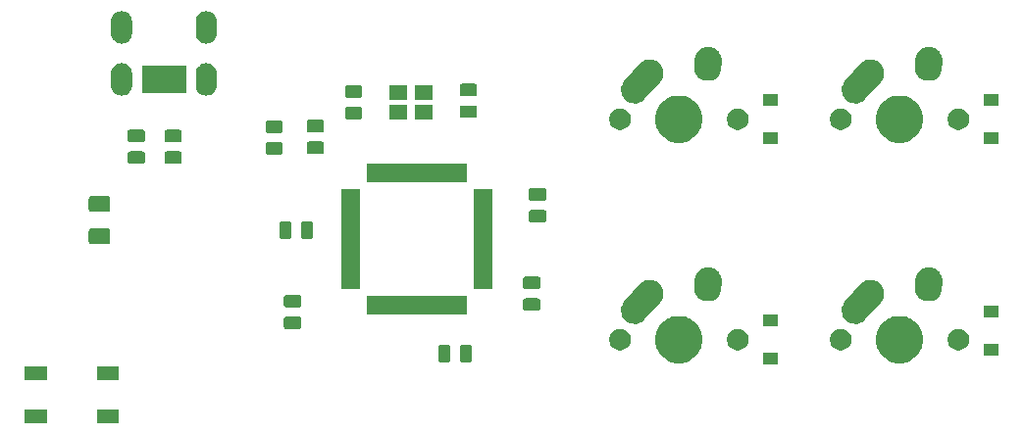
<source format=gbs>
G04 #@! TF.GenerationSoftware,KiCad,Pcbnew,(5.1.4)-1*
G04 #@! TF.CreationDate,2023-10-04T08:31:50-04:00*
G04 #@! TF.ProjectId,ai03-pcb-guide,61693033-2d70-4636-922d-67756964652e,rev?*
G04 #@! TF.SameCoordinates,Original*
G04 #@! TF.FileFunction,Soldermask,Bot*
G04 #@! TF.FilePolarity,Negative*
%FSLAX46Y46*%
G04 Gerber Fmt 4.6, Leading zero omitted, Abs format (unit mm)*
G04 Created by KiCad (PCBNEW (5.1.4)-1) date 2023-10-04 08:31:50*
%MOMM*%
%LPD*%
G04 APERTURE LIST*
%ADD10C,0.100000*%
G04 APERTURE END LIST*
D10*
G36*
X199313500Y-123101000D02*
G01*
X197411500Y-123101000D01*
X197411500Y-121899000D01*
X199313500Y-121899000D01*
X199313500Y-123101000D01*
X199313500Y-123101000D01*
G37*
G36*
X193113500Y-123101000D02*
G01*
X191211500Y-123101000D01*
X191211500Y-121899000D01*
X193113500Y-121899000D01*
X193113500Y-123101000D01*
X193113500Y-123101000D01*
G37*
G36*
X193113500Y-119401000D02*
G01*
X191211500Y-119401000D01*
X191211500Y-118199000D01*
X193113500Y-118199000D01*
X193113500Y-119401000D01*
X193113500Y-119401000D01*
G37*
G36*
X199313500Y-119401000D02*
G01*
X197411500Y-119401000D01*
X197411500Y-118199000D01*
X199313500Y-118199000D01*
X199313500Y-119401000D01*
X199313500Y-119401000D01*
G37*
G36*
X256238500Y-118038500D02*
G01*
X254936500Y-118038500D01*
X254936500Y-117036500D01*
X256238500Y-117036500D01*
X256238500Y-118038500D01*
X256238500Y-118038500D01*
G37*
G36*
X267296474Y-113921184D02*
G01*
X267514474Y-114011483D01*
X267668623Y-114075333D01*
X268003548Y-114299123D01*
X268288377Y-114583952D01*
X268512167Y-114918877D01*
X268544562Y-114997086D01*
X268666316Y-115291026D01*
X268744900Y-115686094D01*
X268744900Y-116088906D01*
X268666316Y-116483974D01*
X268615451Y-116606772D01*
X268512167Y-116856123D01*
X268288377Y-117191048D01*
X268003548Y-117475877D01*
X267668623Y-117699667D01*
X267540403Y-117752777D01*
X267296474Y-117853816D01*
X266901406Y-117932400D01*
X266498594Y-117932400D01*
X266103526Y-117853816D01*
X265859597Y-117752777D01*
X265731377Y-117699667D01*
X265396452Y-117475877D01*
X265111623Y-117191048D01*
X264887833Y-116856123D01*
X264784549Y-116606772D01*
X264733684Y-116483974D01*
X264655100Y-116088906D01*
X264655100Y-115686094D01*
X264733684Y-115291026D01*
X264855438Y-114997086D01*
X264887833Y-114918877D01*
X265111623Y-114583952D01*
X265396452Y-114299123D01*
X265731377Y-114075333D01*
X265885526Y-114011483D01*
X266103526Y-113921184D01*
X266498594Y-113842600D01*
X266901406Y-113842600D01*
X267296474Y-113921184D01*
X267296474Y-113921184D01*
G37*
G36*
X248246474Y-113921184D02*
G01*
X248464474Y-114011483D01*
X248618623Y-114075333D01*
X248953548Y-114299123D01*
X249238377Y-114583952D01*
X249462167Y-114918877D01*
X249494562Y-114997086D01*
X249616316Y-115291026D01*
X249694900Y-115686094D01*
X249694900Y-116088906D01*
X249616316Y-116483974D01*
X249565451Y-116606772D01*
X249462167Y-116856123D01*
X249238377Y-117191048D01*
X248953548Y-117475877D01*
X248618623Y-117699667D01*
X248490403Y-117752777D01*
X248246474Y-117853816D01*
X247851406Y-117932400D01*
X247448594Y-117932400D01*
X247053526Y-117853816D01*
X246809597Y-117752777D01*
X246681377Y-117699667D01*
X246346452Y-117475877D01*
X246061623Y-117191048D01*
X245837833Y-116856123D01*
X245734549Y-116606772D01*
X245683684Y-116483974D01*
X245605100Y-116088906D01*
X245605100Y-115686094D01*
X245683684Y-115291026D01*
X245805438Y-114997086D01*
X245837833Y-114918877D01*
X246061623Y-114583952D01*
X246346452Y-114299123D01*
X246681377Y-114075333D01*
X246835526Y-114011483D01*
X247053526Y-113921184D01*
X247448594Y-113842600D01*
X247851406Y-113842600D01*
X248246474Y-113921184D01*
X248246474Y-113921184D01*
G37*
G36*
X227780468Y-116347565D02*
G01*
X227819138Y-116359296D01*
X227854777Y-116378346D01*
X227886017Y-116403983D01*
X227911654Y-116435223D01*
X227930704Y-116470862D01*
X227942435Y-116509532D01*
X227947000Y-116555888D01*
X227947000Y-117632112D01*
X227942435Y-117678468D01*
X227930704Y-117717138D01*
X227911654Y-117752777D01*
X227886017Y-117784017D01*
X227854777Y-117809654D01*
X227819138Y-117828704D01*
X227780468Y-117840435D01*
X227734112Y-117845000D01*
X227082888Y-117845000D01*
X227036532Y-117840435D01*
X226997862Y-117828704D01*
X226962223Y-117809654D01*
X226930983Y-117784017D01*
X226905346Y-117752777D01*
X226886296Y-117717138D01*
X226874565Y-117678468D01*
X226870000Y-117632112D01*
X226870000Y-116555888D01*
X226874565Y-116509532D01*
X226886296Y-116470862D01*
X226905346Y-116435223D01*
X226930983Y-116403983D01*
X226962223Y-116378346D01*
X226997862Y-116359296D01*
X227036532Y-116347565D01*
X227082888Y-116343000D01*
X227734112Y-116343000D01*
X227780468Y-116347565D01*
X227780468Y-116347565D01*
G37*
G36*
X229655468Y-116347565D02*
G01*
X229694138Y-116359296D01*
X229729777Y-116378346D01*
X229761017Y-116403983D01*
X229786654Y-116435223D01*
X229805704Y-116470862D01*
X229817435Y-116509532D01*
X229822000Y-116555888D01*
X229822000Y-117632112D01*
X229817435Y-117678468D01*
X229805704Y-117717138D01*
X229786654Y-117752777D01*
X229761017Y-117784017D01*
X229729777Y-117809654D01*
X229694138Y-117828704D01*
X229655468Y-117840435D01*
X229609112Y-117845000D01*
X228957888Y-117845000D01*
X228911532Y-117840435D01*
X228872862Y-117828704D01*
X228837223Y-117809654D01*
X228805983Y-117784017D01*
X228780346Y-117752777D01*
X228761296Y-117717138D01*
X228749565Y-117678468D01*
X228745000Y-117632112D01*
X228745000Y-116555888D01*
X228749565Y-116509532D01*
X228761296Y-116470862D01*
X228780346Y-116435223D01*
X228805983Y-116403983D01*
X228837223Y-116378346D01*
X228872862Y-116359296D01*
X228911532Y-116347565D01*
X228957888Y-116343000D01*
X229609112Y-116343000D01*
X229655468Y-116347565D01*
X229655468Y-116347565D01*
G37*
G36*
X275288500Y-117244750D02*
G01*
X273986500Y-117244750D01*
X273986500Y-116242750D01*
X275288500Y-116242750D01*
X275288500Y-117244750D01*
X275288500Y-117244750D01*
G37*
G36*
X272050104Y-114997085D02*
G01*
X272218626Y-115066889D01*
X272370291Y-115168228D01*
X272499272Y-115297209D01*
X272600611Y-115448874D01*
X272670415Y-115617396D01*
X272706000Y-115796297D01*
X272706000Y-115978703D01*
X272670415Y-116157604D01*
X272600611Y-116326126D01*
X272499272Y-116477791D01*
X272370291Y-116606772D01*
X272218626Y-116708111D01*
X272050104Y-116777915D01*
X271871203Y-116813500D01*
X271688797Y-116813500D01*
X271509896Y-116777915D01*
X271341374Y-116708111D01*
X271189709Y-116606772D01*
X271060728Y-116477791D01*
X270959389Y-116326126D01*
X270889585Y-116157604D01*
X270854000Y-115978703D01*
X270854000Y-115796297D01*
X270889585Y-115617396D01*
X270959389Y-115448874D01*
X271060728Y-115297209D01*
X271189709Y-115168228D01*
X271341374Y-115066889D01*
X271509896Y-114997085D01*
X271688797Y-114961500D01*
X271871203Y-114961500D01*
X272050104Y-114997085D01*
X272050104Y-114997085D01*
G37*
G36*
X261890104Y-114997085D02*
G01*
X262058626Y-115066889D01*
X262210291Y-115168228D01*
X262339272Y-115297209D01*
X262440611Y-115448874D01*
X262510415Y-115617396D01*
X262546000Y-115796297D01*
X262546000Y-115978703D01*
X262510415Y-116157604D01*
X262440611Y-116326126D01*
X262339272Y-116477791D01*
X262210291Y-116606772D01*
X262058626Y-116708111D01*
X261890104Y-116777915D01*
X261711203Y-116813500D01*
X261528797Y-116813500D01*
X261349896Y-116777915D01*
X261181374Y-116708111D01*
X261029709Y-116606772D01*
X260900728Y-116477791D01*
X260799389Y-116326126D01*
X260729585Y-116157604D01*
X260694000Y-115978703D01*
X260694000Y-115796297D01*
X260729585Y-115617396D01*
X260799389Y-115448874D01*
X260900728Y-115297209D01*
X261029709Y-115168228D01*
X261181374Y-115066889D01*
X261349896Y-114997085D01*
X261528797Y-114961500D01*
X261711203Y-114961500D01*
X261890104Y-114997085D01*
X261890104Y-114997085D01*
G37*
G36*
X253000104Y-114997085D02*
G01*
X253168626Y-115066889D01*
X253320291Y-115168228D01*
X253449272Y-115297209D01*
X253550611Y-115448874D01*
X253620415Y-115617396D01*
X253656000Y-115796297D01*
X253656000Y-115978703D01*
X253620415Y-116157604D01*
X253550611Y-116326126D01*
X253449272Y-116477791D01*
X253320291Y-116606772D01*
X253168626Y-116708111D01*
X253000104Y-116777915D01*
X252821203Y-116813500D01*
X252638797Y-116813500D01*
X252459896Y-116777915D01*
X252291374Y-116708111D01*
X252139709Y-116606772D01*
X252010728Y-116477791D01*
X251909389Y-116326126D01*
X251839585Y-116157604D01*
X251804000Y-115978703D01*
X251804000Y-115796297D01*
X251839585Y-115617396D01*
X251909389Y-115448874D01*
X252010728Y-115297209D01*
X252139709Y-115168228D01*
X252291374Y-115066889D01*
X252459896Y-114997085D01*
X252638797Y-114961500D01*
X252821203Y-114961500D01*
X253000104Y-114997085D01*
X253000104Y-114997085D01*
G37*
G36*
X242840104Y-114997085D02*
G01*
X243008626Y-115066889D01*
X243160291Y-115168228D01*
X243289272Y-115297209D01*
X243390611Y-115448874D01*
X243460415Y-115617396D01*
X243496000Y-115796297D01*
X243496000Y-115978703D01*
X243460415Y-116157604D01*
X243390611Y-116326126D01*
X243289272Y-116477791D01*
X243160291Y-116606772D01*
X243008626Y-116708111D01*
X242840104Y-116777915D01*
X242661203Y-116813500D01*
X242478797Y-116813500D01*
X242299896Y-116777915D01*
X242131374Y-116708111D01*
X241979709Y-116606772D01*
X241850728Y-116477791D01*
X241749389Y-116326126D01*
X241679585Y-116157604D01*
X241644000Y-115978703D01*
X241644000Y-115796297D01*
X241679585Y-115617396D01*
X241749389Y-115448874D01*
X241850728Y-115297209D01*
X241979709Y-115168228D01*
X242131374Y-115066889D01*
X242299896Y-114997085D01*
X242478797Y-114961500D01*
X242661203Y-114961500D01*
X242840104Y-114997085D01*
X242840104Y-114997085D01*
G37*
G36*
X214896968Y-113909815D02*
G01*
X214935638Y-113921546D01*
X214971277Y-113940596D01*
X215002517Y-113966233D01*
X215028154Y-113997473D01*
X215047204Y-114033112D01*
X215058935Y-114071782D01*
X215063500Y-114118138D01*
X215063500Y-114769362D01*
X215058935Y-114815718D01*
X215047204Y-114854388D01*
X215028154Y-114890027D01*
X215002517Y-114921267D01*
X214971277Y-114946904D01*
X214935638Y-114965954D01*
X214896968Y-114977685D01*
X214850612Y-114982250D01*
X213774388Y-114982250D01*
X213728032Y-114977685D01*
X213689362Y-114965954D01*
X213653723Y-114946904D01*
X213622483Y-114921267D01*
X213596846Y-114890027D01*
X213577796Y-114854388D01*
X213566065Y-114815718D01*
X213561500Y-114769362D01*
X213561500Y-114118138D01*
X213566065Y-114071782D01*
X213577796Y-114033112D01*
X213596846Y-113997473D01*
X213622483Y-113966233D01*
X213653723Y-113940596D01*
X213689362Y-113921546D01*
X213728032Y-113909815D01*
X213774388Y-113905250D01*
X214850612Y-113905250D01*
X214896968Y-113909815D01*
X214896968Y-113909815D01*
G37*
G36*
X256238500Y-114738500D02*
G01*
X254936500Y-114738500D01*
X254936500Y-113736500D01*
X256238500Y-113736500D01*
X256238500Y-114738500D01*
X256238500Y-114738500D01*
G37*
G36*
X264223205Y-110711381D02*
G01*
X264228645Y-110711500D01*
X264315828Y-110711500D01*
X264332097Y-110714736D01*
X264350956Y-110717015D01*
X264367532Y-110717746D01*
X264452223Y-110738510D01*
X264457518Y-110739684D01*
X264543027Y-110756693D01*
X264558362Y-110763045D01*
X264576401Y-110768955D01*
X264592521Y-110772907D01*
X264671504Y-110809780D01*
X264676494Y-110811977D01*
X264757045Y-110845342D01*
X264770841Y-110854560D01*
X264787393Y-110863882D01*
X264802426Y-110870900D01*
X264872694Y-110922471D01*
X264877192Y-110925622D01*
X264949656Y-110974041D01*
X264961383Y-110985768D01*
X264975809Y-110998148D01*
X264989179Y-111007961D01*
X264989180Y-111007962D01*
X265048021Y-111072233D01*
X265051829Y-111076214D01*
X265113459Y-111137844D01*
X265122674Y-111151635D01*
X265134396Y-111166578D01*
X265145605Y-111178821D01*
X265190799Y-111253374D01*
X265193746Y-111258001D01*
X265242158Y-111330455D01*
X265248505Y-111345777D01*
X265257092Y-111362731D01*
X265265691Y-111376917D01*
X265295478Y-111458868D01*
X265297452Y-111463948D01*
X265330807Y-111544473D01*
X265330807Y-111544474D01*
X265334041Y-111560733D01*
X265339158Y-111579042D01*
X265344825Y-111594634D01*
X265358055Y-111680845D01*
X265359001Y-111686213D01*
X265376000Y-111771673D01*
X265376000Y-111788252D01*
X265377444Y-111807192D01*
X265379963Y-111823604D01*
X265376120Y-111910749D01*
X265376000Y-111916189D01*
X265376000Y-112003325D01*
X265372766Y-112019583D01*
X265370488Y-112038441D01*
X265369756Y-112055031D01*
X265348988Y-112139737D01*
X265347812Y-112145037D01*
X265330807Y-112230527D01*
X265324457Y-112245857D01*
X265318549Y-112263893D01*
X265314595Y-112280020D01*
X265277711Y-112359026D01*
X265275511Y-112364023D01*
X265242158Y-112444545D01*
X265232944Y-112458335D01*
X265223622Y-112474887D01*
X265216602Y-112489924D01*
X265165011Y-112560220D01*
X265161866Y-112564710D01*
X265113461Y-112637154D01*
X265056460Y-112694155D01*
X265051811Y-112699063D01*
X264482315Y-113333767D01*
X263726723Y-114175876D01*
X263598679Y-114293102D01*
X263499631Y-114353145D01*
X263400583Y-114413189D01*
X263182866Y-114492323D01*
X262953895Y-114527461D01*
X262722470Y-114517254D01*
X262497481Y-114462093D01*
X262392727Y-114413189D01*
X262287579Y-114364102D01*
X262190838Y-114293102D01*
X262100823Y-114227039D01*
X262001123Y-114118138D01*
X261944398Y-114056179D01*
X261874331Y-113940596D01*
X261824311Y-113858083D01*
X261745177Y-113640366D01*
X261710039Y-113411395D01*
X261720246Y-113179970D01*
X261775407Y-112954981D01*
X261830019Y-112838000D01*
X261873398Y-112745080D01*
X261873400Y-112745077D01*
X261976114Y-112605122D01*
X262731245Y-111763527D01*
X263262787Y-111171121D01*
X263273681Y-111157089D01*
X263286539Y-111137846D01*
X263343573Y-111080812D01*
X263348223Y-111075903D01*
X263363278Y-111059124D01*
X263384701Y-111039511D01*
X263388682Y-111035703D01*
X263450346Y-110974039D01*
X263464143Y-110964820D01*
X263479102Y-110953085D01*
X263491321Y-110941898D01*
X263523385Y-110922461D01*
X263565830Y-110896731D01*
X263570421Y-110893808D01*
X263642955Y-110845342D01*
X263658300Y-110838986D01*
X263675248Y-110830401D01*
X263689416Y-110821812D01*
X263689417Y-110821812D01*
X263689418Y-110821811D01*
X263771312Y-110792045D01*
X263776410Y-110790063D01*
X263856973Y-110756693D01*
X263873252Y-110753455D01*
X263891542Y-110748344D01*
X263907135Y-110742677D01*
X263993300Y-110729454D01*
X263998663Y-110728509D01*
X264084173Y-110711500D01*
X264100766Y-110711500D01*
X264119709Y-110710055D01*
X264136106Y-110707539D01*
X264223205Y-110711381D01*
X264223205Y-110711381D01*
G37*
G36*
X245173205Y-110711381D02*
G01*
X245178645Y-110711500D01*
X245265828Y-110711500D01*
X245282097Y-110714736D01*
X245300956Y-110717015D01*
X245317532Y-110717746D01*
X245402223Y-110738510D01*
X245407518Y-110739684D01*
X245493027Y-110756693D01*
X245508362Y-110763045D01*
X245526401Y-110768955D01*
X245542521Y-110772907D01*
X245621504Y-110809780D01*
X245626494Y-110811977D01*
X245707045Y-110845342D01*
X245720841Y-110854560D01*
X245737393Y-110863882D01*
X245752426Y-110870900D01*
X245822694Y-110922471D01*
X245827192Y-110925622D01*
X245899656Y-110974041D01*
X245911383Y-110985768D01*
X245925809Y-110998148D01*
X245939179Y-111007961D01*
X245939180Y-111007962D01*
X245998021Y-111072233D01*
X246001829Y-111076214D01*
X246063459Y-111137844D01*
X246072674Y-111151635D01*
X246084396Y-111166578D01*
X246095605Y-111178821D01*
X246140799Y-111253374D01*
X246143746Y-111258001D01*
X246192158Y-111330455D01*
X246198505Y-111345777D01*
X246207092Y-111362731D01*
X246215691Y-111376917D01*
X246245478Y-111458868D01*
X246247452Y-111463948D01*
X246280807Y-111544473D01*
X246280807Y-111544474D01*
X246284041Y-111560733D01*
X246289158Y-111579042D01*
X246294825Y-111594634D01*
X246308055Y-111680845D01*
X246309001Y-111686213D01*
X246326000Y-111771673D01*
X246326000Y-111788252D01*
X246327444Y-111807192D01*
X246329963Y-111823604D01*
X246326120Y-111910749D01*
X246326000Y-111916189D01*
X246326000Y-112003325D01*
X246322766Y-112019583D01*
X246320488Y-112038441D01*
X246319756Y-112055031D01*
X246298988Y-112139737D01*
X246297812Y-112145037D01*
X246280807Y-112230527D01*
X246274457Y-112245857D01*
X246268549Y-112263893D01*
X246264595Y-112280020D01*
X246227711Y-112359026D01*
X246225511Y-112364023D01*
X246192158Y-112444545D01*
X246182944Y-112458335D01*
X246173622Y-112474887D01*
X246166602Y-112489924D01*
X246115011Y-112560220D01*
X246111866Y-112564710D01*
X246063461Y-112637154D01*
X246006460Y-112694155D01*
X246001811Y-112699063D01*
X245432315Y-113333767D01*
X244676723Y-114175876D01*
X244548679Y-114293102D01*
X244449631Y-114353145D01*
X244350583Y-114413189D01*
X244132866Y-114492323D01*
X243903895Y-114527461D01*
X243672470Y-114517254D01*
X243447481Y-114462093D01*
X243342727Y-114413189D01*
X243237579Y-114364102D01*
X243140838Y-114293102D01*
X243050823Y-114227039D01*
X242951123Y-114118138D01*
X242894398Y-114056179D01*
X242824331Y-113940596D01*
X242774311Y-113858083D01*
X242695177Y-113640366D01*
X242660039Y-113411395D01*
X242670246Y-113179970D01*
X242725407Y-112954981D01*
X242780019Y-112838000D01*
X242823398Y-112745080D01*
X242823400Y-112745077D01*
X242926114Y-112605122D01*
X243681245Y-111763527D01*
X244212787Y-111171121D01*
X244223681Y-111157089D01*
X244236539Y-111137846D01*
X244293573Y-111080812D01*
X244298223Y-111075903D01*
X244313278Y-111059124D01*
X244334701Y-111039511D01*
X244338682Y-111035703D01*
X244400346Y-110974039D01*
X244414143Y-110964820D01*
X244429102Y-110953085D01*
X244441321Y-110941898D01*
X244473385Y-110922461D01*
X244515830Y-110896731D01*
X244520421Y-110893808D01*
X244592955Y-110845342D01*
X244608300Y-110838986D01*
X244625248Y-110830401D01*
X244639416Y-110821812D01*
X244639417Y-110821812D01*
X244639418Y-110821811D01*
X244721312Y-110792045D01*
X244726410Y-110790063D01*
X244806973Y-110756693D01*
X244823252Y-110753455D01*
X244841542Y-110748344D01*
X244857135Y-110742677D01*
X244943300Y-110729454D01*
X244948663Y-110728509D01*
X245034173Y-110711500D01*
X245050766Y-110711500D01*
X245069709Y-110710055D01*
X245086106Y-110707539D01*
X245173205Y-110711381D01*
X245173205Y-110711381D01*
G37*
G36*
X275288500Y-113944750D02*
G01*
X273986500Y-113944750D01*
X273986500Y-112942750D01*
X275288500Y-112942750D01*
X275288500Y-113944750D01*
X275288500Y-113944750D01*
G37*
G36*
X229370000Y-113689000D02*
G01*
X220718000Y-113689000D01*
X220718000Y-112087000D01*
X229370000Y-112087000D01*
X229370000Y-113689000D01*
X229370000Y-113689000D01*
G37*
G36*
X235534468Y-112322315D02*
G01*
X235573138Y-112334046D01*
X235608777Y-112353096D01*
X235640017Y-112378733D01*
X235665654Y-112409973D01*
X235684704Y-112445612D01*
X235696435Y-112484282D01*
X235701000Y-112530638D01*
X235701000Y-113181862D01*
X235696435Y-113228218D01*
X235684704Y-113266888D01*
X235665654Y-113302527D01*
X235640017Y-113333767D01*
X235608777Y-113359404D01*
X235573138Y-113378454D01*
X235534468Y-113390185D01*
X235488112Y-113394750D01*
X234411888Y-113394750D01*
X234365532Y-113390185D01*
X234326862Y-113378454D01*
X234291223Y-113359404D01*
X234259983Y-113333767D01*
X234234346Y-113302527D01*
X234215296Y-113266888D01*
X234203565Y-113228218D01*
X234199000Y-113181862D01*
X234199000Y-112530638D01*
X234203565Y-112484282D01*
X234215296Y-112445612D01*
X234234346Y-112409973D01*
X234259983Y-112378733D01*
X234291223Y-112353096D01*
X234326862Y-112334046D01*
X234365532Y-112322315D01*
X234411888Y-112317750D01*
X235488112Y-112317750D01*
X235534468Y-112322315D01*
X235534468Y-112322315D01*
G37*
G36*
X214896968Y-112034815D02*
G01*
X214935638Y-112046546D01*
X214971277Y-112065596D01*
X215002517Y-112091233D01*
X215028154Y-112122473D01*
X215047204Y-112158112D01*
X215058935Y-112196782D01*
X215063500Y-112243138D01*
X215063500Y-112894362D01*
X215058935Y-112940718D01*
X215047204Y-112979388D01*
X215028154Y-113015027D01*
X215002517Y-113046267D01*
X214971277Y-113071904D01*
X214935638Y-113090954D01*
X214896968Y-113102685D01*
X214850612Y-113107250D01*
X213774388Y-113107250D01*
X213728032Y-113102685D01*
X213689362Y-113090954D01*
X213653723Y-113071904D01*
X213622483Y-113046267D01*
X213596846Y-113015027D01*
X213577796Y-112979388D01*
X213566065Y-112940718D01*
X213561500Y-112894362D01*
X213561500Y-112243138D01*
X213566065Y-112196782D01*
X213577796Y-112158112D01*
X213596846Y-112122473D01*
X213622483Y-112091233D01*
X213653723Y-112065596D01*
X213689362Y-112046546D01*
X213728032Y-112034815D01*
X213774388Y-112030250D01*
X214850612Y-112030250D01*
X214896968Y-112034815D01*
X214896968Y-112034815D01*
G37*
G36*
X269328127Y-109629761D02*
G01*
X269348900Y-109631500D01*
X269355827Y-109631500D01*
X269450754Y-109650382D01*
X269454348Y-109651042D01*
X269549730Y-109667124D01*
X269556203Y-109669585D01*
X269576228Y-109675341D01*
X269583027Y-109676693D01*
X269645414Y-109702534D01*
X269672443Y-109713730D01*
X269675844Y-109715081D01*
X269766255Y-109749461D01*
X269772127Y-109753140D01*
X269790636Y-109762687D01*
X269797045Y-109765342D01*
X269877563Y-109819142D01*
X269880554Y-109821078D01*
X269962557Y-109872459D01*
X269967584Y-109877200D01*
X269983896Y-109890191D01*
X269989652Y-109894037D01*
X270058110Y-109962495D01*
X270060689Y-109964999D01*
X270131090Y-110031389D01*
X270135095Y-110037019D01*
X270148559Y-110052944D01*
X270153459Y-110057844D01*
X270207244Y-110138339D01*
X270209291Y-110141307D01*
X270265380Y-110220145D01*
X270268214Y-110226458D01*
X270278308Y-110244693D01*
X270282158Y-110250455D01*
X270319220Y-110339930D01*
X270320624Y-110343185D01*
X270360265Y-110431473D01*
X270361815Y-110438225D01*
X270368152Y-110458062D01*
X270370807Y-110464473D01*
X270378616Y-110503733D01*
X270389692Y-110559417D01*
X270390438Y-110562901D01*
X270412098Y-110657251D01*
X270412098Y-110657254D01*
X270412300Y-110664154D01*
X270414647Y-110684870D01*
X270416000Y-110691674D01*
X270416000Y-110788486D01*
X270416053Y-110792084D01*
X270417188Y-110830777D01*
X270416295Y-110843725D01*
X270416000Y-110852297D01*
X270416000Y-110923326D01*
X270410081Y-110953085D01*
X270409604Y-110955479D01*
X270407500Y-110971250D01*
X270369238Y-111526045D01*
X270340376Y-111697230D01*
X270258038Y-111913755D01*
X270135041Y-112110057D01*
X269976111Y-112278590D01*
X269787355Y-112412880D01*
X269576027Y-112507765D01*
X269350249Y-112559598D01*
X269118698Y-112566389D01*
X269118697Y-112566389D01*
X269073012Y-112558686D01*
X268890270Y-112527876D01*
X268673745Y-112445538D01*
X268477443Y-112322541D01*
X268308910Y-112163611D01*
X268174620Y-111974855D01*
X268079735Y-111763527D01*
X268027902Y-111537749D01*
X268022812Y-111364223D01*
X268063704Y-110771294D01*
X268064000Y-110762696D01*
X268064000Y-110691675D01*
X268069474Y-110664154D01*
X268082888Y-110596719D01*
X268083544Y-110593145D01*
X268089231Y-110559417D01*
X268099624Y-110497770D01*
X268102085Y-110491299D01*
X268107842Y-110471267D01*
X268109193Y-110464474D01*
X268116048Y-110447924D01*
X268146264Y-110374976D01*
X268147553Y-110371730D01*
X268181962Y-110281245D01*
X268185636Y-110275381D01*
X268195187Y-110256865D01*
X268197842Y-110250455D01*
X268251657Y-110169915D01*
X268253577Y-110166949D01*
X268304959Y-110084943D01*
X268309711Y-110079904D01*
X268322689Y-110063607D01*
X268326537Y-110057848D01*
X268394993Y-109989392D01*
X268397546Y-109986762D01*
X268418023Y-109965048D01*
X268463889Y-109916410D01*
X268469521Y-109912403D01*
X268485447Y-109898938D01*
X268490346Y-109894039D01*
X268570824Y-109840266D01*
X268573806Y-109838210D01*
X268652645Y-109782120D01*
X268658955Y-109779287D01*
X268677194Y-109769191D01*
X268682951Y-109765344D01*
X268682954Y-109765343D01*
X268682955Y-109765342D01*
X268772429Y-109728281D01*
X268775687Y-109726875D01*
X268863973Y-109687235D01*
X268870725Y-109685685D01*
X268890562Y-109679348D01*
X268896973Y-109676693D01*
X268991899Y-109657811D01*
X268995446Y-109657051D01*
X269089751Y-109635401D01*
X269092130Y-109635331D01*
X269096665Y-109635198D01*
X269117381Y-109632851D01*
X269124174Y-109631500D01*
X269220959Y-109631500D01*
X269224584Y-109631447D01*
X269321302Y-109628610D01*
X269328127Y-109629761D01*
X269328127Y-109629761D01*
G37*
G36*
X250278127Y-109629761D02*
G01*
X250298900Y-109631500D01*
X250305827Y-109631500D01*
X250400754Y-109650382D01*
X250404348Y-109651042D01*
X250499730Y-109667124D01*
X250506203Y-109669585D01*
X250526228Y-109675341D01*
X250533027Y-109676693D01*
X250595414Y-109702534D01*
X250622443Y-109713730D01*
X250625844Y-109715081D01*
X250716255Y-109749461D01*
X250722127Y-109753140D01*
X250740636Y-109762687D01*
X250747045Y-109765342D01*
X250827563Y-109819142D01*
X250830554Y-109821078D01*
X250912557Y-109872459D01*
X250917584Y-109877200D01*
X250933896Y-109890191D01*
X250939652Y-109894037D01*
X251008110Y-109962495D01*
X251010689Y-109964999D01*
X251081090Y-110031389D01*
X251085095Y-110037019D01*
X251098559Y-110052944D01*
X251103459Y-110057844D01*
X251157244Y-110138339D01*
X251159291Y-110141307D01*
X251215380Y-110220145D01*
X251218214Y-110226458D01*
X251228308Y-110244693D01*
X251232158Y-110250455D01*
X251269220Y-110339930D01*
X251270624Y-110343185D01*
X251310265Y-110431473D01*
X251311815Y-110438225D01*
X251318152Y-110458062D01*
X251320807Y-110464473D01*
X251328616Y-110503733D01*
X251339692Y-110559417D01*
X251340438Y-110562901D01*
X251362098Y-110657251D01*
X251362098Y-110657254D01*
X251362300Y-110664154D01*
X251364647Y-110684870D01*
X251366000Y-110691674D01*
X251366000Y-110788486D01*
X251366053Y-110792084D01*
X251367188Y-110830777D01*
X251366295Y-110843725D01*
X251366000Y-110852297D01*
X251366000Y-110923326D01*
X251360081Y-110953085D01*
X251359604Y-110955479D01*
X251357500Y-110971250D01*
X251319238Y-111526045D01*
X251290376Y-111697230D01*
X251208038Y-111913755D01*
X251085041Y-112110057D01*
X250926111Y-112278590D01*
X250737355Y-112412880D01*
X250526027Y-112507765D01*
X250300249Y-112559598D01*
X250068698Y-112566389D01*
X250068697Y-112566389D01*
X250023012Y-112558686D01*
X249840270Y-112527876D01*
X249623745Y-112445538D01*
X249427443Y-112322541D01*
X249258910Y-112163611D01*
X249124620Y-111974855D01*
X249029735Y-111763527D01*
X248977902Y-111537749D01*
X248972812Y-111364223D01*
X249013704Y-110771294D01*
X249014000Y-110762696D01*
X249014000Y-110691675D01*
X249019474Y-110664154D01*
X249032888Y-110596719D01*
X249033544Y-110593145D01*
X249039231Y-110559417D01*
X249049624Y-110497770D01*
X249052085Y-110491299D01*
X249057842Y-110471267D01*
X249059193Y-110464474D01*
X249066048Y-110447924D01*
X249096264Y-110374976D01*
X249097553Y-110371730D01*
X249131962Y-110281245D01*
X249135636Y-110275381D01*
X249145187Y-110256865D01*
X249147842Y-110250455D01*
X249201657Y-110169915D01*
X249203577Y-110166949D01*
X249254959Y-110084943D01*
X249259711Y-110079904D01*
X249272689Y-110063607D01*
X249276537Y-110057848D01*
X249344993Y-109989392D01*
X249347546Y-109986762D01*
X249368023Y-109965048D01*
X249413889Y-109916410D01*
X249419521Y-109912403D01*
X249435447Y-109898938D01*
X249440346Y-109894039D01*
X249520824Y-109840266D01*
X249523806Y-109838210D01*
X249602645Y-109782120D01*
X249608955Y-109779287D01*
X249627194Y-109769191D01*
X249632951Y-109765344D01*
X249632954Y-109765343D01*
X249632955Y-109765342D01*
X249722429Y-109728281D01*
X249725687Y-109726875D01*
X249813973Y-109687235D01*
X249820725Y-109685685D01*
X249840562Y-109679348D01*
X249846973Y-109676693D01*
X249941899Y-109657811D01*
X249945446Y-109657051D01*
X250039751Y-109635401D01*
X250042130Y-109635331D01*
X250046665Y-109635198D01*
X250067381Y-109632851D01*
X250074174Y-109631500D01*
X250170959Y-109631500D01*
X250174584Y-109631447D01*
X250271302Y-109628610D01*
X250278127Y-109629761D01*
X250278127Y-109629761D01*
G37*
G36*
X235534468Y-110447315D02*
G01*
X235573138Y-110459046D01*
X235608777Y-110478096D01*
X235640017Y-110503733D01*
X235665654Y-110534973D01*
X235684704Y-110570612D01*
X235696435Y-110609282D01*
X235701000Y-110655638D01*
X235701000Y-111306862D01*
X235696435Y-111353218D01*
X235684704Y-111391888D01*
X235665654Y-111427527D01*
X235640017Y-111458767D01*
X235608777Y-111484404D01*
X235573138Y-111503454D01*
X235534468Y-111515185D01*
X235488112Y-111519750D01*
X234411888Y-111519750D01*
X234365532Y-111515185D01*
X234326862Y-111503454D01*
X234291223Y-111484404D01*
X234259983Y-111458767D01*
X234234346Y-111427527D01*
X234215296Y-111391888D01*
X234203565Y-111353218D01*
X234199000Y-111306862D01*
X234199000Y-110655638D01*
X234203565Y-110609282D01*
X234215296Y-110570612D01*
X234234346Y-110534973D01*
X234259983Y-110503733D01*
X234291223Y-110478096D01*
X234326862Y-110459046D01*
X234365532Y-110447315D01*
X234411888Y-110442750D01*
X235488112Y-110442750D01*
X235534468Y-110447315D01*
X235534468Y-110447315D01*
G37*
G36*
X231545000Y-111514000D02*
G01*
X229943000Y-111514000D01*
X229943000Y-102862000D01*
X231545000Y-102862000D01*
X231545000Y-111514000D01*
X231545000Y-111514000D01*
G37*
G36*
X220145000Y-111514000D02*
G01*
X218543000Y-111514000D01*
X218543000Y-102862000D01*
X220145000Y-102862000D01*
X220145000Y-111514000D01*
X220145000Y-111514000D01*
G37*
G36*
X198412354Y-106297097D02*
G01*
X198448894Y-106308182D01*
X198482571Y-106326183D01*
X198512091Y-106350409D01*
X198536317Y-106379929D01*
X198554318Y-106413606D01*
X198565403Y-106450146D01*
X198569750Y-106494288D01*
X198569750Y-107443212D01*
X198565403Y-107487354D01*
X198554318Y-107523894D01*
X198536317Y-107557571D01*
X198512091Y-107587091D01*
X198482571Y-107611317D01*
X198448894Y-107629318D01*
X198412354Y-107640403D01*
X198368212Y-107644750D01*
X196919288Y-107644750D01*
X196875146Y-107640403D01*
X196838606Y-107629318D01*
X196804929Y-107611317D01*
X196775409Y-107587091D01*
X196751183Y-107557571D01*
X196733182Y-107523894D01*
X196722097Y-107487354D01*
X196717750Y-107443212D01*
X196717750Y-106494288D01*
X196722097Y-106450146D01*
X196733182Y-106413606D01*
X196751183Y-106379929D01*
X196775409Y-106350409D01*
X196804929Y-106326183D01*
X196838606Y-106308182D01*
X196875146Y-106297097D01*
X196919288Y-106292750D01*
X198368212Y-106292750D01*
X198412354Y-106297097D01*
X198412354Y-106297097D01*
G37*
G36*
X214064468Y-105679565D02*
G01*
X214103138Y-105691296D01*
X214138777Y-105710346D01*
X214170017Y-105735983D01*
X214195654Y-105767223D01*
X214214704Y-105802862D01*
X214226435Y-105841532D01*
X214231000Y-105887888D01*
X214231000Y-106964112D01*
X214226435Y-107010468D01*
X214214704Y-107049138D01*
X214195654Y-107084777D01*
X214170017Y-107116017D01*
X214138777Y-107141654D01*
X214103138Y-107160704D01*
X214064468Y-107172435D01*
X214018112Y-107177000D01*
X213366888Y-107177000D01*
X213320532Y-107172435D01*
X213281862Y-107160704D01*
X213246223Y-107141654D01*
X213214983Y-107116017D01*
X213189346Y-107084777D01*
X213170296Y-107049138D01*
X213158565Y-107010468D01*
X213154000Y-106964112D01*
X213154000Y-105887888D01*
X213158565Y-105841532D01*
X213170296Y-105802862D01*
X213189346Y-105767223D01*
X213214983Y-105735983D01*
X213246223Y-105710346D01*
X213281862Y-105691296D01*
X213320532Y-105679565D01*
X213366888Y-105675000D01*
X214018112Y-105675000D01*
X214064468Y-105679565D01*
X214064468Y-105679565D01*
G37*
G36*
X215939468Y-105679565D02*
G01*
X215978138Y-105691296D01*
X216013777Y-105710346D01*
X216045017Y-105735983D01*
X216070654Y-105767223D01*
X216089704Y-105802862D01*
X216101435Y-105841532D01*
X216106000Y-105887888D01*
X216106000Y-106964112D01*
X216101435Y-107010468D01*
X216089704Y-107049138D01*
X216070654Y-107084777D01*
X216045017Y-107116017D01*
X216013777Y-107141654D01*
X215978138Y-107160704D01*
X215939468Y-107172435D01*
X215893112Y-107177000D01*
X215241888Y-107177000D01*
X215195532Y-107172435D01*
X215156862Y-107160704D01*
X215121223Y-107141654D01*
X215089983Y-107116017D01*
X215064346Y-107084777D01*
X215045296Y-107049138D01*
X215033565Y-107010468D01*
X215029000Y-106964112D01*
X215029000Y-105887888D01*
X215033565Y-105841532D01*
X215045296Y-105802862D01*
X215064346Y-105767223D01*
X215089983Y-105735983D01*
X215121223Y-105710346D01*
X215156862Y-105691296D01*
X215195532Y-105679565D01*
X215241888Y-105675000D01*
X215893112Y-105675000D01*
X215939468Y-105679565D01*
X215939468Y-105679565D01*
G37*
G36*
X236042468Y-104670565D02*
G01*
X236081138Y-104682296D01*
X236116777Y-104701346D01*
X236148017Y-104726983D01*
X236173654Y-104758223D01*
X236192704Y-104793862D01*
X236204435Y-104832532D01*
X236209000Y-104878888D01*
X236209000Y-105530112D01*
X236204435Y-105576468D01*
X236192704Y-105615138D01*
X236173654Y-105650777D01*
X236148017Y-105682017D01*
X236116777Y-105707654D01*
X236081138Y-105726704D01*
X236042468Y-105738435D01*
X235996112Y-105743000D01*
X234919888Y-105743000D01*
X234873532Y-105738435D01*
X234834862Y-105726704D01*
X234799223Y-105707654D01*
X234767983Y-105682017D01*
X234742346Y-105650777D01*
X234723296Y-105615138D01*
X234711565Y-105576468D01*
X234707000Y-105530112D01*
X234707000Y-104878888D01*
X234711565Y-104832532D01*
X234723296Y-104793862D01*
X234742346Y-104758223D01*
X234767983Y-104726983D01*
X234799223Y-104701346D01*
X234834862Y-104682296D01*
X234873532Y-104670565D01*
X234919888Y-104666000D01*
X235996112Y-104666000D01*
X236042468Y-104670565D01*
X236042468Y-104670565D01*
G37*
G36*
X198412354Y-103497097D02*
G01*
X198448894Y-103508182D01*
X198482571Y-103526183D01*
X198512091Y-103550409D01*
X198536317Y-103579929D01*
X198554318Y-103613606D01*
X198565403Y-103650146D01*
X198569750Y-103694288D01*
X198569750Y-104643212D01*
X198565403Y-104687354D01*
X198554318Y-104723894D01*
X198536317Y-104757571D01*
X198512091Y-104787091D01*
X198482571Y-104811317D01*
X198448894Y-104829318D01*
X198412354Y-104840403D01*
X198368212Y-104844750D01*
X196919288Y-104844750D01*
X196875146Y-104840403D01*
X196838606Y-104829318D01*
X196804929Y-104811317D01*
X196775409Y-104787091D01*
X196751183Y-104757571D01*
X196733182Y-104723894D01*
X196722097Y-104687354D01*
X196717750Y-104643212D01*
X196717750Y-103694288D01*
X196722097Y-103650146D01*
X196733182Y-103613606D01*
X196751183Y-103579929D01*
X196775409Y-103550409D01*
X196804929Y-103526183D01*
X196838606Y-103508182D01*
X196875146Y-103497097D01*
X196919288Y-103492750D01*
X198368212Y-103492750D01*
X198412354Y-103497097D01*
X198412354Y-103497097D01*
G37*
G36*
X236042468Y-102795565D02*
G01*
X236081138Y-102807296D01*
X236116777Y-102826346D01*
X236148017Y-102851983D01*
X236173654Y-102883223D01*
X236192704Y-102918862D01*
X236204435Y-102957532D01*
X236209000Y-103003888D01*
X236209000Y-103655112D01*
X236204435Y-103701468D01*
X236192704Y-103740138D01*
X236173654Y-103775777D01*
X236148017Y-103807017D01*
X236116777Y-103832654D01*
X236081138Y-103851704D01*
X236042468Y-103863435D01*
X235996112Y-103868000D01*
X234919888Y-103868000D01*
X234873532Y-103863435D01*
X234834862Y-103851704D01*
X234799223Y-103832654D01*
X234767983Y-103807017D01*
X234742346Y-103775777D01*
X234723296Y-103740138D01*
X234711565Y-103701468D01*
X234707000Y-103655112D01*
X234707000Y-103003888D01*
X234711565Y-102957532D01*
X234723296Y-102918862D01*
X234742346Y-102883223D01*
X234767983Y-102851983D01*
X234799223Y-102826346D01*
X234834862Y-102807296D01*
X234873532Y-102795565D01*
X234919888Y-102791000D01*
X235996112Y-102791000D01*
X236042468Y-102795565D01*
X236042468Y-102795565D01*
G37*
G36*
X229370000Y-102289000D02*
G01*
X220718000Y-102289000D01*
X220718000Y-100687000D01*
X229370000Y-100687000D01*
X229370000Y-102289000D01*
X229370000Y-102289000D01*
G37*
G36*
X204578218Y-99622315D02*
G01*
X204616888Y-99634046D01*
X204652527Y-99653096D01*
X204683767Y-99678733D01*
X204709404Y-99709973D01*
X204728454Y-99745612D01*
X204740185Y-99784282D01*
X204744750Y-99830638D01*
X204744750Y-100481862D01*
X204740185Y-100528218D01*
X204728454Y-100566888D01*
X204709404Y-100602527D01*
X204683767Y-100633767D01*
X204652527Y-100659404D01*
X204616888Y-100678454D01*
X204578218Y-100690185D01*
X204531862Y-100694750D01*
X203455638Y-100694750D01*
X203409282Y-100690185D01*
X203370612Y-100678454D01*
X203334973Y-100659404D01*
X203303733Y-100633767D01*
X203278096Y-100602527D01*
X203259046Y-100566888D01*
X203247315Y-100528218D01*
X203242750Y-100481862D01*
X203242750Y-99830638D01*
X203247315Y-99784282D01*
X203259046Y-99745612D01*
X203278096Y-99709973D01*
X203303733Y-99678733D01*
X203334973Y-99653096D01*
X203370612Y-99634046D01*
X203409282Y-99622315D01*
X203455638Y-99617750D01*
X204531862Y-99617750D01*
X204578218Y-99622315D01*
X204578218Y-99622315D01*
G37*
G36*
X201403218Y-99622315D02*
G01*
X201441888Y-99634046D01*
X201477527Y-99653096D01*
X201508767Y-99678733D01*
X201534404Y-99709973D01*
X201553454Y-99745612D01*
X201565185Y-99784282D01*
X201569750Y-99830638D01*
X201569750Y-100481862D01*
X201565185Y-100528218D01*
X201553454Y-100566888D01*
X201534404Y-100602527D01*
X201508767Y-100633767D01*
X201477527Y-100659404D01*
X201441888Y-100678454D01*
X201403218Y-100690185D01*
X201356862Y-100694750D01*
X200280638Y-100694750D01*
X200234282Y-100690185D01*
X200195612Y-100678454D01*
X200159973Y-100659404D01*
X200128733Y-100633767D01*
X200103096Y-100602527D01*
X200084046Y-100566888D01*
X200072315Y-100528218D01*
X200067750Y-100481862D01*
X200067750Y-99830638D01*
X200072315Y-99784282D01*
X200084046Y-99745612D01*
X200103096Y-99709973D01*
X200128733Y-99678733D01*
X200159973Y-99653096D01*
X200195612Y-99634046D01*
X200234282Y-99622315D01*
X200280638Y-99617750D01*
X201356862Y-99617750D01*
X201403218Y-99622315D01*
X201403218Y-99622315D01*
G37*
G36*
X213309468Y-98828565D02*
G01*
X213348138Y-98840296D01*
X213383777Y-98859346D01*
X213415017Y-98884983D01*
X213440654Y-98916223D01*
X213459704Y-98951862D01*
X213471435Y-98990532D01*
X213476000Y-99036888D01*
X213476000Y-99688112D01*
X213471435Y-99734468D01*
X213459704Y-99773138D01*
X213440654Y-99808777D01*
X213415017Y-99840017D01*
X213383777Y-99865654D01*
X213348138Y-99884704D01*
X213309468Y-99896435D01*
X213263112Y-99901000D01*
X212186888Y-99901000D01*
X212140532Y-99896435D01*
X212101862Y-99884704D01*
X212066223Y-99865654D01*
X212034983Y-99840017D01*
X212009346Y-99808777D01*
X211990296Y-99773138D01*
X211978565Y-99734468D01*
X211974000Y-99688112D01*
X211974000Y-99036888D01*
X211978565Y-98990532D01*
X211990296Y-98951862D01*
X212009346Y-98916223D01*
X212034983Y-98884983D01*
X212066223Y-98859346D01*
X212101862Y-98840296D01*
X212140532Y-98828565D01*
X212186888Y-98824000D01*
X213263112Y-98824000D01*
X213309468Y-98828565D01*
X213309468Y-98828565D01*
G37*
G36*
X216865468Y-98765065D02*
G01*
X216904138Y-98776796D01*
X216939777Y-98795846D01*
X216971017Y-98821483D01*
X216996654Y-98852723D01*
X217015704Y-98888362D01*
X217027435Y-98927032D01*
X217032000Y-98973388D01*
X217032000Y-99624612D01*
X217027435Y-99670968D01*
X217015704Y-99709638D01*
X216996654Y-99745277D01*
X216971017Y-99776517D01*
X216939777Y-99802154D01*
X216904138Y-99821204D01*
X216865468Y-99832935D01*
X216819112Y-99837500D01*
X215742888Y-99837500D01*
X215696532Y-99832935D01*
X215657862Y-99821204D01*
X215622223Y-99802154D01*
X215590983Y-99776517D01*
X215565346Y-99745277D01*
X215546296Y-99709638D01*
X215534565Y-99670968D01*
X215530000Y-99624612D01*
X215530000Y-98973388D01*
X215534565Y-98927032D01*
X215546296Y-98888362D01*
X215565346Y-98852723D01*
X215590983Y-98821483D01*
X215622223Y-98795846D01*
X215657862Y-98776796D01*
X215696532Y-98765065D01*
X215742888Y-98760500D01*
X216819112Y-98760500D01*
X216865468Y-98765065D01*
X216865468Y-98765065D01*
G37*
G36*
X275288500Y-98988500D02*
G01*
X273986500Y-98988500D01*
X273986500Y-97986500D01*
X275288500Y-97986500D01*
X275288500Y-98988500D01*
X275288500Y-98988500D01*
G37*
G36*
X256238500Y-98988500D02*
G01*
X254936500Y-98988500D01*
X254936500Y-97986500D01*
X256238500Y-97986500D01*
X256238500Y-98988500D01*
X256238500Y-98988500D01*
G37*
G36*
X248246474Y-94871184D02*
G01*
X248454871Y-94957505D01*
X248618623Y-95025333D01*
X248953548Y-95249123D01*
X249238377Y-95533952D01*
X249462167Y-95868877D01*
X249494562Y-95947086D01*
X249616316Y-96241026D01*
X249694900Y-96636094D01*
X249694900Y-97038906D01*
X249616316Y-97433974D01*
X249565451Y-97556772D01*
X249462167Y-97806123D01*
X249238377Y-98141048D01*
X248953548Y-98425877D01*
X248618623Y-98649667D01*
X248516692Y-98691888D01*
X248246474Y-98803816D01*
X247851406Y-98882400D01*
X247448594Y-98882400D01*
X247053526Y-98803816D01*
X246783308Y-98691888D01*
X246681377Y-98649667D01*
X246346452Y-98425877D01*
X246061623Y-98141048D01*
X245837833Y-97806123D01*
X245734549Y-97556772D01*
X245683684Y-97433974D01*
X245605100Y-97038906D01*
X245605100Y-96636094D01*
X245683684Y-96241026D01*
X245805438Y-95947086D01*
X245837833Y-95868877D01*
X246061623Y-95533952D01*
X246346452Y-95249123D01*
X246681377Y-95025333D01*
X246845129Y-94957505D01*
X247053526Y-94871184D01*
X247448594Y-94792600D01*
X247851406Y-94792600D01*
X248246474Y-94871184D01*
X248246474Y-94871184D01*
G37*
G36*
X267296474Y-94871184D02*
G01*
X267504871Y-94957505D01*
X267668623Y-95025333D01*
X268003548Y-95249123D01*
X268288377Y-95533952D01*
X268512167Y-95868877D01*
X268544562Y-95947086D01*
X268666316Y-96241026D01*
X268744900Y-96636094D01*
X268744900Y-97038906D01*
X268666316Y-97433974D01*
X268615451Y-97556772D01*
X268512167Y-97806123D01*
X268288377Y-98141048D01*
X268003548Y-98425877D01*
X267668623Y-98649667D01*
X267566692Y-98691888D01*
X267296474Y-98803816D01*
X266901406Y-98882400D01*
X266498594Y-98882400D01*
X266103526Y-98803816D01*
X265833308Y-98691888D01*
X265731377Y-98649667D01*
X265396452Y-98425877D01*
X265111623Y-98141048D01*
X264887833Y-97806123D01*
X264784549Y-97556772D01*
X264733684Y-97433974D01*
X264655100Y-97038906D01*
X264655100Y-96636094D01*
X264733684Y-96241026D01*
X264855438Y-95947086D01*
X264887833Y-95868877D01*
X265111623Y-95533952D01*
X265396452Y-95249123D01*
X265731377Y-95025333D01*
X265895129Y-94957505D01*
X266103526Y-94871184D01*
X266498594Y-94792600D01*
X266901406Y-94792600D01*
X267296474Y-94871184D01*
X267296474Y-94871184D01*
G37*
G36*
X204578218Y-97747315D02*
G01*
X204616888Y-97759046D01*
X204652527Y-97778096D01*
X204683767Y-97803733D01*
X204709404Y-97834973D01*
X204728454Y-97870612D01*
X204740185Y-97909282D01*
X204744750Y-97955638D01*
X204744750Y-98606862D01*
X204740185Y-98653218D01*
X204728454Y-98691888D01*
X204709404Y-98727527D01*
X204683767Y-98758767D01*
X204652527Y-98784404D01*
X204616888Y-98803454D01*
X204578218Y-98815185D01*
X204531862Y-98819750D01*
X203455638Y-98819750D01*
X203409282Y-98815185D01*
X203370612Y-98803454D01*
X203334973Y-98784404D01*
X203303733Y-98758767D01*
X203278096Y-98727527D01*
X203259046Y-98691888D01*
X203247315Y-98653218D01*
X203242750Y-98606862D01*
X203242750Y-97955638D01*
X203247315Y-97909282D01*
X203259046Y-97870612D01*
X203278096Y-97834973D01*
X203303733Y-97803733D01*
X203334973Y-97778096D01*
X203370612Y-97759046D01*
X203409282Y-97747315D01*
X203455638Y-97742750D01*
X204531862Y-97742750D01*
X204578218Y-97747315D01*
X204578218Y-97747315D01*
G37*
G36*
X201403218Y-97747315D02*
G01*
X201441888Y-97759046D01*
X201477527Y-97778096D01*
X201508767Y-97803733D01*
X201534404Y-97834973D01*
X201553454Y-97870612D01*
X201565185Y-97909282D01*
X201569750Y-97955638D01*
X201569750Y-98606862D01*
X201565185Y-98653218D01*
X201553454Y-98691888D01*
X201534404Y-98727527D01*
X201508767Y-98758767D01*
X201477527Y-98784404D01*
X201441888Y-98803454D01*
X201403218Y-98815185D01*
X201356862Y-98819750D01*
X200280638Y-98819750D01*
X200234282Y-98815185D01*
X200195612Y-98803454D01*
X200159973Y-98784404D01*
X200128733Y-98758767D01*
X200103096Y-98727527D01*
X200084046Y-98691888D01*
X200072315Y-98653218D01*
X200067750Y-98606862D01*
X200067750Y-97955638D01*
X200072315Y-97909282D01*
X200084046Y-97870612D01*
X200103096Y-97834973D01*
X200128733Y-97803733D01*
X200159973Y-97778096D01*
X200195612Y-97759046D01*
X200234282Y-97747315D01*
X200280638Y-97742750D01*
X201356862Y-97742750D01*
X201403218Y-97747315D01*
X201403218Y-97747315D01*
G37*
G36*
X213309468Y-96953565D02*
G01*
X213348138Y-96965296D01*
X213383777Y-96984346D01*
X213415017Y-97009983D01*
X213440654Y-97041223D01*
X213459704Y-97076862D01*
X213471435Y-97115532D01*
X213476000Y-97161888D01*
X213476000Y-97813112D01*
X213471435Y-97859468D01*
X213459704Y-97898138D01*
X213440654Y-97933777D01*
X213415017Y-97965017D01*
X213383777Y-97990654D01*
X213348138Y-98009704D01*
X213309468Y-98021435D01*
X213263112Y-98026000D01*
X212186888Y-98026000D01*
X212140532Y-98021435D01*
X212101862Y-98009704D01*
X212066223Y-97990654D01*
X212034983Y-97965017D01*
X212009346Y-97933777D01*
X211990296Y-97898138D01*
X211978565Y-97859468D01*
X211974000Y-97813112D01*
X211974000Y-97161888D01*
X211978565Y-97115532D01*
X211990296Y-97076862D01*
X212009346Y-97041223D01*
X212034983Y-97009983D01*
X212066223Y-96984346D01*
X212101862Y-96965296D01*
X212140532Y-96953565D01*
X212186888Y-96949000D01*
X213263112Y-96949000D01*
X213309468Y-96953565D01*
X213309468Y-96953565D01*
G37*
G36*
X216865468Y-96890065D02*
G01*
X216904138Y-96901796D01*
X216939777Y-96920846D01*
X216971017Y-96946483D01*
X216996654Y-96977723D01*
X217015704Y-97013362D01*
X217027435Y-97052032D01*
X217032000Y-97098388D01*
X217032000Y-97749612D01*
X217027435Y-97795968D01*
X217015704Y-97834638D01*
X216996654Y-97870277D01*
X216971017Y-97901517D01*
X216939777Y-97927154D01*
X216904138Y-97946204D01*
X216865468Y-97957935D01*
X216819112Y-97962500D01*
X215742888Y-97962500D01*
X215696532Y-97957935D01*
X215657862Y-97946204D01*
X215622223Y-97927154D01*
X215590983Y-97901517D01*
X215565346Y-97870277D01*
X215546296Y-97834638D01*
X215534565Y-97795968D01*
X215530000Y-97749612D01*
X215530000Y-97098388D01*
X215534565Y-97052032D01*
X215546296Y-97013362D01*
X215565346Y-96977723D01*
X215590983Y-96946483D01*
X215622223Y-96920846D01*
X215657862Y-96901796D01*
X215696532Y-96890065D01*
X215742888Y-96885500D01*
X216819112Y-96885500D01*
X216865468Y-96890065D01*
X216865468Y-96890065D01*
G37*
G36*
X242840104Y-95947085D02*
G01*
X243008626Y-96016889D01*
X243160291Y-96118228D01*
X243289272Y-96247209D01*
X243390611Y-96398874D01*
X243460415Y-96567396D01*
X243496000Y-96746297D01*
X243496000Y-96928703D01*
X243460415Y-97107604D01*
X243390611Y-97276126D01*
X243289272Y-97427791D01*
X243160291Y-97556772D01*
X243008626Y-97658111D01*
X242840104Y-97727915D01*
X242661203Y-97763500D01*
X242478797Y-97763500D01*
X242299896Y-97727915D01*
X242131374Y-97658111D01*
X241979709Y-97556772D01*
X241850728Y-97427791D01*
X241749389Y-97276126D01*
X241679585Y-97107604D01*
X241644000Y-96928703D01*
X241644000Y-96746297D01*
X241679585Y-96567396D01*
X241749389Y-96398874D01*
X241850728Y-96247209D01*
X241979709Y-96118228D01*
X242131374Y-96016889D01*
X242299896Y-95947085D01*
X242478797Y-95911500D01*
X242661203Y-95911500D01*
X242840104Y-95947085D01*
X242840104Y-95947085D01*
G37*
G36*
X253000104Y-95947085D02*
G01*
X253168626Y-96016889D01*
X253320291Y-96118228D01*
X253449272Y-96247209D01*
X253550611Y-96398874D01*
X253620415Y-96567396D01*
X253656000Y-96746297D01*
X253656000Y-96928703D01*
X253620415Y-97107604D01*
X253550611Y-97276126D01*
X253449272Y-97427791D01*
X253320291Y-97556772D01*
X253168626Y-97658111D01*
X253000104Y-97727915D01*
X252821203Y-97763500D01*
X252638797Y-97763500D01*
X252459896Y-97727915D01*
X252291374Y-97658111D01*
X252139709Y-97556772D01*
X252010728Y-97427791D01*
X251909389Y-97276126D01*
X251839585Y-97107604D01*
X251804000Y-96928703D01*
X251804000Y-96746297D01*
X251839585Y-96567396D01*
X251909389Y-96398874D01*
X252010728Y-96247209D01*
X252139709Y-96118228D01*
X252291374Y-96016889D01*
X252459896Y-95947085D01*
X252638797Y-95911500D01*
X252821203Y-95911500D01*
X253000104Y-95947085D01*
X253000104Y-95947085D01*
G37*
G36*
X261890104Y-95947085D02*
G01*
X262058626Y-96016889D01*
X262210291Y-96118228D01*
X262339272Y-96247209D01*
X262440611Y-96398874D01*
X262510415Y-96567396D01*
X262546000Y-96746297D01*
X262546000Y-96928703D01*
X262510415Y-97107604D01*
X262440611Y-97276126D01*
X262339272Y-97427791D01*
X262210291Y-97556772D01*
X262058626Y-97658111D01*
X261890104Y-97727915D01*
X261711203Y-97763500D01*
X261528797Y-97763500D01*
X261349896Y-97727915D01*
X261181374Y-97658111D01*
X261029709Y-97556772D01*
X260900728Y-97427791D01*
X260799389Y-97276126D01*
X260729585Y-97107604D01*
X260694000Y-96928703D01*
X260694000Y-96746297D01*
X260729585Y-96567396D01*
X260799389Y-96398874D01*
X260900728Y-96247209D01*
X261029709Y-96118228D01*
X261181374Y-96016889D01*
X261349896Y-95947085D01*
X261528797Y-95911500D01*
X261711203Y-95911500D01*
X261890104Y-95947085D01*
X261890104Y-95947085D01*
G37*
G36*
X272050104Y-95947085D02*
G01*
X272218626Y-96016889D01*
X272370291Y-96118228D01*
X272499272Y-96247209D01*
X272600611Y-96398874D01*
X272670415Y-96567396D01*
X272706000Y-96746297D01*
X272706000Y-96928703D01*
X272670415Y-97107604D01*
X272600611Y-97276126D01*
X272499272Y-97427791D01*
X272370291Y-97556772D01*
X272218626Y-97658111D01*
X272050104Y-97727915D01*
X271871203Y-97763500D01*
X271688797Y-97763500D01*
X271509896Y-97727915D01*
X271341374Y-97658111D01*
X271189709Y-97556772D01*
X271060728Y-97427791D01*
X270959389Y-97276126D01*
X270889585Y-97107604D01*
X270854000Y-96928703D01*
X270854000Y-96746297D01*
X270889585Y-96567396D01*
X270959389Y-96398874D01*
X271060728Y-96247209D01*
X271189709Y-96118228D01*
X271341374Y-96016889D01*
X271509896Y-95947085D01*
X271688797Y-95911500D01*
X271871203Y-95911500D01*
X272050104Y-95947085D01*
X272050104Y-95947085D01*
G37*
G36*
X226387000Y-96878000D02*
G01*
X224885000Y-96878000D01*
X224885000Y-95576000D01*
X226387000Y-95576000D01*
X226387000Y-96878000D01*
X226387000Y-96878000D01*
G37*
G36*
X224187000Y-96878000D02*
G01*
X222685000Y-96878000D01*
X222685000Y-95576000D01*
X224187000Y-95576000D01*
X224187000Y-96878000D01*
X224187000Y-96878000D01*
G37*
G36*
X220167468Y-95780565D02*
G01*
X220206138Y-95792296D01*
X220241777Y-95811346D01*
X220273017Y-95836983D01*
X220298654Y-95868223D01*
X220317704Y-95903862D01*
X220329435Y-95942532D01*
X220334000Y-95988888D01*
X220334000Y-96640112D01*
X220329435Y-96686468D01*
X220317704Y-96725138D01*
X220298654Y-96760777D01*
X220273017Y-96792017D01*
X220241777Y-96817654D01*
X220206138Y-96836704D01*
X220167468Y-96848435D01*
X220121112Y-96853000D01*
X219044888Y-96853000D01*
X218998532Y-96848435D01*
X218959862Y-96836704D01*
X218924223Y-96817654D01*
X218892983Y-96792017D01*
X218867346Y-96760777D01*
X218848296Y-96725138D01*
X218836565Y-96686468D01*
X218832000Y-96640112D01*
X218832000Y-95988888D01*
X218836565Y-95942532D01*
X218848296Y-95903862D01*
X218867346Y-95868223D01*
X218892983Y-95836983D01*
X218924223Y-95811346D01*
X218959862Y-95792296D01*
X218998532Y-95780565D01*
X219044888Y-95776000D01*
X220121112Y-95776000D01*
X220167468Y-95780565D01*
X220167468Y-95780565D01*
G37*
G36*
X230073468Y-95653565D02*
G01*
X230112138Y-95665296D01*
X230147777Y-95684346D01*
X230179017Y-95709983D01*
X230204654Y-95741223D01*
X230223704Y-95776862D01*
X230235435Y-95815532D01*
X230240000Y-95861888D01*
X230240000Y-96513112D01*
X230235435Y-96559468D01*
X230223704Y-96598138D01*
X230204654Y-96633777D01*
X230179017Y-96665017D01*
X230147777Y-96690654D01*
X230112138Y-96709704D01*
X230073468Y-96721435D01*
X230027112Y-96726000D01*
X228950888Y-96726000D01*
X228904532Y-96721435D01*
X228865862Y-96709704D01*
X228830223Y-96690654D01*
X228798983Y-96665017D01*
X228773346Y-96633777D01*
X228754296Y-96598138D01*
X228742565Y-96559468D01*
X228738000Y-96513112D01*
X228738000Y-95861888D01*
X228742565Y-95815532D01*
X228754296Y-95776862D01*
X228773346Y-95741223D01*
X228798983Y-95709983D01*
X228830223Y-95684346D01*
X228865862Y-95665296D01*
X228904532Y-95653565D01*
X228950888Y-95649000D01*
X230027112Y-95649000D01*
X230073468Y-95653565D01*
X230073468Y-95653565D01*
G37*
G36*
X275288500Y-95688500D02*
G01*
X273986500Y-95688500D01*
X273986500Y-94686500D01*
X275288500Y-94686500D01*
X275288500Y-95688500D01*
X275288500Y-95688500D01*
G37*
G36*
X256238500Y-95688500D02*
G01*
X254936500Y-95688500D01*
X254936500Y-94686500D01*
X256238500Y-94686500D01*
X256238500Y-95688500D01*
X256238500Y-95688500D01*
G37*
G36*
X264223205Y-91661381D02*
G01*
X264228645Y-91661500D01*
X264315828Y-91661500D01*
X264332097Y-91664736D01*
X264350956Y-91667015D01*
X264367532Y-91667746D01*
X264452223Y-91688510D01*
X264457518Y-91689684D01*
X264543027Y-91706693D01*
X264558362Y-91713045D01*
X264576401Y-91718955D01*
X264592521Y-91722907D01*
X264671504Y-91759780D01*
X264676494Y-91761977D01*
X264757045Y-91795342D01*
X264770841Y-91804560D01*
X264787393Y-91813882D01*
X264802426Y-91820900D01*
X264872694Y-91872471D01*
X264877192Y-91875622D01*
X264949656Y-91924041D01*
X264961383Y-91935768D01*
X264975809Y-91948148D01*
X264989179Y-91957961D01*
X265038687Y-92012037D01*
X265048021Y-92022233D01*
X265051829Y-92026214D01*
X265113459Y-92087844D01*
X265122674Y-92101635D01*
X265134396Y-92116578D01*
X265145605Y-92128821D01*
X265190799Y-92203374D01*
X265193746Y-92208001D01*
X265242158Y-92280455D01*
X265248505Y-92295777D01*
X265257092Y-92312731D01*
X265265691Y-92326917D01*
X265295478Y-92408868D01*
X265297452Y-92413948D01*
X265330807Y-92494473D01*
X265330807Y-92494474D01*
X265334041Y-92510733D01*
X265339158Y-92529042D01*
X265344825Y-92544634D01*
X265358055Y-92630845D01*
X265359001Y-92636213D01*
X265376000Y-92721673D01*
X265376000Y-92738252D01*
X265377444Y-92757192D01*
X265379963Y-92773604D01*
X265376120Y-92860749D01*
X265376000Y-92866189D01*
X265376000Y-92953325D01*
X265372766Y-92969583D01*
X265370488Y-92988441D01*
X265369756Y-93005031D01*
X265348988Y-93089737D01*
X265347812Y-93095037D01*
X265330807Y-93180527D01*
X265324457Y-93195857D01*
X265318549Y-93213893D01*
X265314595Y-93230020D01*
X265277711Y-93309026D01*
X265275511Y-93314023D01*
X265242158Y-93394545D01*
X265232944Y-93408335D01*
X265223622Y-93424887D01*
X265216602Y-93439924D01*
X265165011Y-93510220D01*
X265161866Y-93514710D01*
X265113461Y-93587154D01*
X265056460Y-93644155D01*
X265051811Y-93649063D01*
X264718388Y-94020663D01*
X263726723Y-95125876D01*
X263598679Y-95243102D01*
X263499630Y-95303146D01*
X263400583Y-95363189D01*
X263182866Y-95442323D01*
X262953895Y-95477461D01*
X262722470Y-95467254D01*
X262497481Y-95412093D01*
X262392727Y-95363189D01*
X262287579Y-95314102D01*
X262190838Y-95243102D01*
X262100823Y-95177039D01*
X262026394Y-95095741D01*
X261944398Y-95006179D01*
X261862564Y-94871185D01*
X261824311Y-94808083D01*
X261745177Y-94590366D01*
X261710039Y-94361395D01*
X261720246Y-94129970D01*
X261775407Y-93904981D01*
X261828947Y-93790296D01*
X261873398Y-93695080D01*
X261873400Y-93695077D01*
X261976114Y-93555122D01*
X262722409Y-92723375D01*
X263262787Y-92121121D01*
X263273681Y-92107089D01*
X263286539Y-92087846D01*
X263343573Y-92030812D01*
X263348223Y-92025903D01*
X263363278Y-92009124D01*
X263384701Y-91989511D01*
X263388682Y-91985703D01*
X263450346Y-91924039D01*
X263464143Y-91914820D01*
X263479102Y-91903085D01*
X263491321Y-91891898D01*
X263523385Y-91872461D01*
X263565830Y-91846731D01*
X263570421Y-91843808D01*
X263642955Y-91795342D01*
X263658300Y-91788986D01*
X263675248Y-91780401D01*
X263689416Y-91771812D01*
X263689417Y-91771812D01*
X263689418Y-91771811D01*
X263771312Y-91742045D01*
X263776410Y-91740063D01*
X263856973Y-91706693D01*
X263873252Y-91703455D01*
X263891542Y-91698344D01*
X263907135Y-91692677D01*
X263993300Y-91679454D01*
X263998663Y-91678509D01*
X264084173Y-91661500D01*
X264100766Y-91661500D01*
X264119709Y-91660055D01*
X264136106Y-91657539D01*
X264223205Y-91661381D01*
X264223205Y-91661381D01*
G37*
G36*
X245173205Y-91661381D02*
G01*
X245178645Y-91661500D01*
X245265828Y-91661500D01*
X245282097Y-91664736D01*
X245300956Y-91667015D01*
X245317532Y-91667746D01*
X245402223Y-91688510D01*
X245407518Y-91689684D01*
X245493027Y-91706693D01*
X245508362Y-91713045D01*
X245526401Y-91718955D01*
X245542521Y-91722907D01*
X245621504Y-91759780D01*
X245626494Y-91761977D01*
X245707045Y-91795342D01*
X245720841Y-91804560D01*
X245737393Y-91813882D01*
X245752426Y-91820900D01*
X245822694Y-91872471D01*
X245827192Y-91875622D01*
X245899656Y-91924041D01*
X245911383Y-91935768D01*
X245925809Y-91948148D01*
X245939179Y-91957961D01*
X245988687Y-92012037D01*
X245998021Y-92022233D01*
X246001829Y-92026214D01*
X246063459Y-92087844D01*
X246072674Y-92101635D01*
X246084396Y-92116578D01*
X246095605Y-92128821D01*
X246140799Y-92203374D01*
X246143746Y-92208001D01*
X246192158Y-92280455D01*
X246198505Y-92295777D01*
X246207092Y-92312731D01*
X246215691Y-92326917D01*
X246245478Y-92408868D01*
X246247452Y-92413948D01*
X246280807Y-92494473D01*
X246280807Y-92494474D01*
X246284041Y-92510733D01*
X246289158Y-92529042D01*
X246294825Y-92544634D01*
X246308055Y-92630845D01*
X246309001Y-92636213D01*
X246326000Y-92721673D01*
X246326000Y-92738252D01*
X246327444Y-92757192D01*
X246329963Y-92773604D01*
X246326120Y-92860749D01*
X246326000Y-92866189D01*
X246326000Y-92953325D01*
X246322766Y-92969583D01*
X246320488Y-92988441D01*
X246319756Y-93005031D01*
X246298988Y-93089737D01*
X246297812Y-93095037D01*
X246280807Y-93180527D01*
X246274457Y-93195857D01*
X246268549Y-93213893D01*
X246264595Y-93230020D01*
X246227711Y-93309026D01*
X246225511Y-93314023D01*
X246192158Y-93394545D01*
X246182944Y-93408335D01*
X246173622Y-93424887D01*
X246166602Y-93439924D01*
X246115011Y-93510220D01*
X246111866Y-93514710D01*
X246063461Y-93587154D01*
X246006460Y-93644155D01*
X246001811Y-93649063D01*
X245668388Y-94020663D01*
X244676723Y-95125876D01*
X244548679Y-95243102D01*
X244449630Y-95303146D01*
X244350583Y-95363189D01*
X244132866Y-95442323D01*
X243903895Y-95477461D01*
X243672470Y-95467254D01*
X243447481Y-95412093D01*
X243342727Y-95363189D01*
X243237579Y-95314102D01*
X243140838Y-95243102D01*
X243050823Y-95177039D01*
X242976394Y-95095741D01*
X242894398Y-95006179D01*
X242812564Y-94871185D01*
X242774311Y-94808083D01*
X242695177Y-94590366D01*
X242660039Y-94361395D01*
X242670246Y-94129970D01*
X242725407Y-93904981D01*
X242778947Y-93790296D01*
X242823398Y-93695080D01*
X242823400Y-93695077D01*
X242926114Y-93555122D01*
X243672409Y-92723375D01*
X244212787Y-92121121D01*
X244223681Y-92107089D01*
X244236539Y-92087846D01*
X244293573Y-92030812D01*
X244298223Y-92025903D01*
X244313278Y-92009124D01*
X244334701Y-91989511D01*
X244338682Y-91985703D01*
X244400346Y-91924039D01*
X244414143Y-91914820D01*
X244429102Y-91903085D01*
X244441321Y-91891898D01*
X244473385Y-91872461D01*
X244515830Y-91846731D01*
X244520421Y-91843808D01*
X244592955Y-91795342D01*
X244608300Y-91788986D01*
X244625248Y-91780401D01*
X244639416Y-91771812D01*
X244639417Y-91771812D01*
X244639418Y-91771811D01*
X244721312Y-91742045D01*
X244726410Y-91740063D01*
X244806973Y-91706693D01*
X244823252Y-91703455D01*
X244841542Y-91698344D01*
X244857135Y-91692677D01*
X244943300Y-91679454D01*
X244948663Y-91678509D01*
X245034173Y-91661500D01*
X245050766Y-91661500D01*
X245069709Y-91660055D01*
X245086106Y-91657539D01*
X245173205Y-91661381D01*
X245173205Y-91661381D01*
G37*
G36*
X226387000Y-95178000D02*
G01*
X224885000Y-95178000D01*
X224885000Y-93876000D01*
X226387000Y-93876000D01*
X226387000Y-95178000D01*
X226387000Y-95178000D01*
G37*
G36*
X224187000Y-95178000D02*
G01*
X222685000Y-95178000D01*
X222685000Y-93876000D01*
X224187000Y-93876000D01*
X224187000Y-95178000D01*
X224187000Y-95178000D01*
G37*
G36*
X220167468Y-93905565D02*
G01*
X220206138Y-93917296D01*
X220241777Y-93936346D01*
X220273017Y-93961983D01*
X220298654Y-93993223D01*
X220317704Y-94028862D01*
X220329435Y-94067532D01*
X220334000Y-94113888D01*
X220334000Y-94765112D01*
X220329435Y-94811468D01*
X220317704Y-94850138D01*
X220298654Y-94885777D01*
X220273017Y-94917017D01*
X220241777Y-94942654D01*
X220206138Y-94961704D01*
X220167468Y-94973435D01*
X220121112Y-94978000D01*
X219044888Y-94978000D01*
X218998532Y-94973435D01*
X218959862Y-94961704D01*
X218924223Y-94942654D01*
X218892983Y-94917017D01*
X218867346Y-94885777D01*
X218848296Y-94850138D01*
X218836565Y-94811468D01*
X218832000Y-94765112D01*
X218832000Y-94113888D01*
X218836565Y-94067532D01*
X218848296Y-94028862D01*
X218867346Y-93993223D01*
X218892983Y-93961983D01*
X218924223Y-93936346D01*
X218959862Y-93917296D01*
X218998532Y-93905565D01*
X219044888Y-93901000D01*
X220121112Y-93901000D01*
X220167468Y-93905565D01*
X220167468Y-93905565D01*
G37*
G36*
X230073468Y-93778565D02*
G01*
X230112138Y-93790296D01*
X230147777Y-93809346D01*
X230179017Y-93834983D01*
X230204654Y-93866223D01*
X230223704Y-93901862D01*
X230235435Y-93940532D01*
X230240000Y-93986888D01*
X230240000Y-94638112D01*
X230235435Y-94684468D01*
X230223704Y-94723138D01*
X230204654Y-94758777D01*
X230179017Y-94790017D01*
X230147777Y-94815654D01*
X230112138Y-94834704D01*
X230073468Y-94846435D01*
X230027112Y-94851000D01*
X228950888Y-94851000D01*
X228904532Y-94846435D01*
X228865862Y-94834704D01*
X228830223Y-94815654D01*
X228798983Y-94790017D01*
X228773346Y-94758777D01*
X228754296Y-94723138D01*
X228742565Y-94684468D01*
X228738000Y-94638112D01*
X228738000Y-93986888D01*
X228742565Y-93940532D01*
X228754296Y-93901862D01*
X228773346Y-93866223D01*
X228798983Y-93834983D01*
X228830223Y-93809346D01*
X228865862Y-93790296D01*
X228904532Y-93778565D01*
X228950888Y-93774000D01*
X230027112Y-93774000D01*
X230073468Y-93778565D01*
X230073468Y-93778565D01*
G37*
G36*
X199726627Y-92012037D02*
G01*
X199896466Y-92063557D01*
X200052991Y-92147222D01*
X200088729Y-92176552D01*
X200190186Y-92259814D01*
X200245254Y-92326916D01*
X200302778Y-92397009D01*
X200386443Y-92553534D01*
X200437963Y-92723373D01*
X200437963Y-92723375D01*
X200451000Y-92855740D01*
X200451000Y-93944260D01*
X200446801Y-93986888D01*
X200437963Y-94076627D01*
X200386443Y-94246466D01*
X200302778Y-94402991D01*
X200273448Y-94438729D01*
X200190186Y-94540186D01*
X200052989Y-94652779D01*
X199948275Y-94708750D01*
X199896465Y-94736443D01*
X199726626Y-94787963D01*
X199550000Y-94805359D01*
X199373373Y-94787963D01*
X199203534Y-94736443D01*
X199047009Y-94652778D01*
X198970966Y-94590371D01*
X198909814Y-94540186D01*
X198797221Y-94402989D01*
X198713558Y-94246467D01*
X198713557Y-94246465D01*
X198662037Y-94076626D01*
X198649000Y-93944257D01*
X198649001Y-92855742D01*
X198662038Y-92723373D01*
X198713558Y-92553534D01*
X198797223Y-92397009D01*
X198854747Y-92326916D01*
X198909815Y-92259814D01*
X199011272Y-92176552D01*
X199047010Y-92147222D01*
X199203535Y-92063557D01*
X199373374Y-92012037D01*
X199550000Y-91994641D01*
X199726627Y-92012037D01*
X199726627Y-92012037D01*
G37*
G36*
X207026627Y-92012037D02*
G01*
X207196466Y-92063557D01*
X207352991Y-92147222D01*
X207388729Y-92176552D01*
X207490186Y-92259814D01*
X207545254Y-92326916D01*
X207602778Y-92397009D01*
X207686443Y-92553534D01*
X207737963Y-92723373D01*
X207737963Y-92723375D01*
X207751000Y-92855740D01*
X207751000Y-93944260D01*
X207746801Y-93986888D01*
X207737963Y-94076627D01*
X207686443Y-94246466D01*
X207602778Y-94402991D01*
X207573448Y-94438729D01*
X207490186Y-94540186D01*
X207352989Y-94652779D01*
X207248275Y-94708750D01*
X207196465Y-94736443D01*
X207026626Y-94787963D01*
X206850000Y-94805359D01*
X206673373Y-94787963D01*
X206503534Y-94736443D01*
X206347009Y-94652778D01*
X206270966Y-94590371D01*
X206209814Y-94540186D01*
X206097221Y-94402989D01*
X206013558Y-94246467D01*
X206013557Y-94246465D01*
X205962037Y-94076626D01*
X205949000Y-93944257D01*
X205949001Y-92855742D01*
X205962038Y-92723373D01*
X206013558Y-92553534D01*
X206097223Y-92397009D01*
X206154747Y-92326916D01*
X206209815Y-92259814D01*
X206311272Y-92176552D01*
X206347010Y-92147222D01*
X206503535Y-92063557D01*
X206673374Y-92012037D01*
X206850000Y-91994641D01*
X207026627Y-92012037D01*
X207026627Y-92012037D01*
G37*
G36*
X205101000Y-94576000D02*
G01*
X201299000Y-94576000D01*
X201299000Y-92224000D01*
X205101000Y-92224000D01*
X205101000Y-94576000D01*
X205101000Y-94576000D01*
G37*
G36*
X269328127Y-90579761D02*
G01*
X269348900Y-90581500D01*
X269355827Y-90581500D01*
X269450754Y-90600382D01*
X269454348Y-90601042D01*
X269549730Y-90617124D01*
X269556203Y-90619585D01*
X269576228Y-90625341D01*
X269583027Y-90626693D01*
X269645414Y-90652534D01*
X269672443Y-90663730D01*
X269675844Y-90665081D01*
X269766255Y-90699461D01*
X269772127Y-90703140D01*
X269790636Y-90712687D01*
X269797045Y-90715342D01*
X269877563Y-90769142D01*
X269880554Y-90771078D01*
X269962557Y-90822459D01*
X269967584Y-90827200D01*
X269983896Y-90840191D01*
X269989652Y-90844037D01*
X270058110Y-90912495D01*
X270060689Y-90914999D01*
X270131090Y-90981389D01*
X270135095Y-90987019D01*
X270148559Y-91002944D01*
X270153459Y-91007844D01*
X270207244Y-91088339D01*
X270209291Y-91091307D01*
X270265380Y-91170145D01*
X270268214Y-91176458D01*
X270278308Y-91194693D01*
X270282158Y-91200455D01*
X270319220Y-91289930D01*
X270320624Y-91293185D01*
X270360265Y-91381473D01*
X270361815Y-91388225D01*
X270368152Y-91408062D01*
X270370807Y-91414473D01*
X270389692Y-91509417D01*
X270390438Y-91512901D01*
X270412098Y-91607251D01*
X270412098Y-91607254D01*
X270412300Y-91614154D01*
X270414647Y-91634870D01*
X270416000Y-91641674D01*
X270416000Y-91738486D01*
X270416053Y-91742084D01*
X270417188Y-91780777D01*
X270416295Y-91793725D01*
X270416000Y-91802297D01*
X270416000Y-91873326D01*
X270410081Y-91903085D01*
X270409604Y-91905479D01*
X270407500Y-91921250D01*
X270369238Y-92476045D01*
X270340376Y-92647230D01*
X270258038Y-92863755D01*
X270135041Y-93060057D01*
X269976111Y-93228590D01*
X269787355Y-93362880D01*
X269576027Y-93457765D01*
X269350249Y-93509598D01*
X269118698Y-93516389D01*
X269118697Y-93516389D01*
X269073012Y-93508686D01*
X268890270Y-93477876D01*
X268673745Y-93395538D01*
X268477443Y-93272541D01*
X268308910Y-93113611D01*
X268174620Y-92924855D01*
X268079735Y-92713527D01*
X268027902Y-92487749D01*
X268022812Y-92314223D01*
X268063704Y-91721294D01*
X268064000Y-91712696D01*
X268064000Y-91641675D01*
X268082882Y-91546750D01*
X268083544Y-91543145D01*
X268089231Y-91509417D01*
X268099624Y-91447770D01*
X268102085Y-91441299D01*
X268107842Y-91421267D01*
X268109193Y-91414474D01*
X268111843Y-91408076D01*
X268146264Y-91324976D01*
X268147553Y-91321730D01*
X268181962Y-91231245D01*
X268185636Y-91225381D01*
X268195187Y-91206865D01*
X268197842Y-91200455D01*
X268251657Y-91119915D01*
X268253577Y-91116949D01*
X268304959Y-91034943D01*
X268309711Y-91029904D01*
X268322689Y-91013607D01*
X268326537Y-91007848D01*
X268394993Y-90939392D01*
X268397546Y-90936762D01*
X268418023Y-90915048D01*
X268463889Y-90866410D01*
X268469521Y-90862403D01*
X268485447Y-90848938D01*
X268490346Y-90844039D01*
X268570824Y-90790266D01*
X268573806Y-90788210D01*
X268652645Y-90732120D01*
X268658955Y-90729287D01*
X268677194Y-90719191D01*
X268682951Y-90715344D01*
X268682954Y-90715343D01*
X268682955Y-90715342D01*
X268772429Y-90678281D01*
X268775687Y-90676875D01*
X268863973Y-90637235D01*
X268870725Y-90635685D01*
X268890562Y-90629348D01*
X268896973Y-90626693D01*
X268991899Y-90607811D01*
X268995446Y-90607051D01*
X269089751Y-90585401D01*
X269092130Y-90585331D01*
X269096665Y-90585198D01*
X269117381Y-90582851D01*
X269124174Y-90581500D01*
X269220959Y-90581500D01*
X269224584Y-90581447D01*
X269321302Y-90578610D01*
X269328127Y-90579761D01*
X269328127Y-90579761D01*
G37*
G36*
X250278127Y-90579761D02*
G01*
X250298900Y-90581500D01*
X250305827Y-90581500D01*
X250400754Y-90600382D01*
X250404348Y-90601042D01*
X250499730Y-90617124D01*
X250506203Y-90619585D01*
X250526228Y-90625341D01*
X250533027Y-90626693D01*
X250595414Y-90652534D01*
X250622443Y-90663730D01*
X250625844Y-90665081D01*
X250716255Y-90699461D01*
X250722127Y-90703140D01*
X250740636Y-90712687D01*
X250747045Y-90715342D01*
X250827563Y-90769142D01*
X250830554Y-90771078D01*
X250912557Y-90822459D01*
X250917584Y-90827200D01*
X250933896Y-90840191D01*
X250939652Y-90844037D01*
X251008110Y-90912495D01*
X251010689Y-90914999D01*
X251081090Y-90981389D01*
X251085095Y-90987019D01*
X251098559Y-91002944D01*
X251103459Y-91007844D01*
X251157244Y-91088339D01*
X251159291Y-91091307D01*
X251215380Y-91170145D01*
X251218214Y-91176458D01*
X251228308Y-91194693D01*
X251232158Y-91200455D01*
X251269220Y-91289930D01*
X251270624Y-91293185D01*
X251310265Y-91381473D01*
X251311815Y-91388225D01*
X251318152Y-91408062D01*
X251320807Y-91414473D01*
X251339692Y-91509417D01*
X251340438Y-91512901D01*
X251362098Y-91607251D01*
X251362098Y-91607254D01*
X251362300Y-91614154D01*
X251364647Y-91634870D01*
X251366000Y-91641674D01*
X251366000Y-91738486D01*
X251366053Y-91742084D01*
X251367188Y-91780777D01*
X251366295Y-91793725D01*
X251366000Y-91802297D01*
X251366000Y-91873326D01*
X251360081Y-91903085D01*
X251359604Y-91905479D01*
X251357500Y-91921250D01*
X251319238Y-92476045D01*
X251290376Y-92647230D01*
X251208038Y-92863755D01*
X251085041Y-93060057D01*
X250926111Y-93228590D01*
X250737355Y-93362880D01*
X250526027Y-93457765D01*
X250300249Y-93509598D01*
X250068698Y-93516389D01*
X250068697Y-93516389D01*
X250023012Y-93508686D01*
X249840270Y-93477876D01*
X249623745Y-93395538D01*
X249427443Y-93272541D01*
X249258910Y-93113611D01*
X249124620Y-92924855D01*
X249029735Y-92713527D01*
X248977902Y-92487749D01*
X248972812Y-92314223D01*
X249013704Y-91721294D01*
X249014000Y-91712696D01*
X249014000Y-91641675D01*
X249032882Y-91546750D01*
X249033544Y-91543145D01*
X249039231Y-91509417D01*
X249049624Y-91447770D01*
X249052085Y-91441299D01*
X249057842Y-91421267D01*
X249059193Y-91414474D01*
X249061843Y-91408076D01*
X249096264Y-91324976D01*
X249097553Y-91321730D01*
X249131962Y-91231245D01*
X249135636Y-91225381D01*
X249145187Y-91206865D01*
X249147842Y-91200455D01*
X249201657Y-91119915D01*
X249203577Y-91116949D01*
X249254959Y-91034943D01*
X249259711Y-91029904D01*
X249272689Y-91013607D01*
X249276537Y-91007848D01*
X249344993Y-90939392D01*
X249347546Y-90936762D01*
X249368023Y-90915048D01*
X249413889Y-90866410D01*
X249419521Y-90862403D01*
X249435447Y-90848938D01*
X249440346Y-90844039D01*
X249520824Y-90790266D01*
X249523806Y-90788210D01*
X249602645Y-90732120D01*
X249608955Y-90729287D01*
X249627194Y-90719191D01*
X249632951Y-90715344D01*
X249632954Y-90715343D01*
X249632955Y-90715342D01*
X249722429Y-90678281D01*
X249725687Y-90676875D01*
X249813973Y-90637235D01*
X249820725Y-90635685D01*
X249840562Y-90629348D01*
X249846973Y-90626693D01*
X249941899Y-90607811D01*
X249945446Y-90607051D01*
X250039751Y-90585401D01*
X250042130Y-90585331D01*
X250046665Y-90585198D01*
X250067381Y-90582851D01*
X250074174Y-90581500D01*
X250170959Y-90581500D01*
X250174584Y-90581447D01*
X250271302Y-90578610D01*
X250278127Y-90579761D01*
X250278127Y-90579761D01*
G37*
G36*
X207026627Y-87512037D02*
G01*
X207196466Y-87563557D01*
X207352991Y-87647222D01*
X207388729Y-87676552D01*
X207490186Y-87759814D01*
X207573448Y-87861271D01*
X207602778Y-87897009D01*
X207686443Y-88053534D01*
X207737963Y-88223373D01*
X207751000Y-88355742D01*
X207751000Y-89444258D01*
X207737963Y-89576627D01*
X207686443Y-89746466D01*
X207602778Y-89902991D01*
X207573448Y-89938729D01*
X207490186Y-90040186D01*
X207352989Y-90152779D01*
X207196467Y-90236442D01*
X207196465Y-90236443D01*
X207026626Y-90287963D01*
X206850000Y-90305359D01*
X206673373Y-90287963D01*
X206503534Y-90236443D01*
X206347009Y-90152778D01*
X206311271Y-90123448D01*
X206209814Y-90040186D01*
X206097221Y-89902989D01*
X206013558Y-89746467D01*
X206013557Y-89746465D01*
X205962037Y-89576626D01*
X205949000Y-89444257D01*
X205949001Y-88355742D01*
X205962038Y-88223373D01*
X206013558Y-88053534D01*
X206097223Y-87897009D01*
X206126553Y-87861271D01*
X206209815Y-87759814D01*
X206311272Y-87676552D01*
X206347010Y-87647222D01*
X206503535Y-87563557D01*
X206673374Y-87512037D01*
X206850000Y-87494641D01*
X207026627Y-87512037D01*
X207026627Y-87512037D01*
G37*
G36*
X199726627Y-87512037D02*
G01*
X199896466Y-87563557D01*
X200052991Y-87647222D01*
X200088729Y-87676552D01*
X200190186Y-87759814D01*
X200273448Y-87861271D01*
X200302778Y-87897009D01*
X200386443Y-88053534D01*
X200437963Y-88223373D01*
X200451000Y-88355742D01*
X200451000Y-89444258D01*
X200437963Y-89576627D01*
X200386443Y-89746466D01*
X200302778Y-89902991D01*
X200273448Y-89938729D01*
X200190186Y-90040186D01*
X200052989Y-90152779D01*
X199896467Y-90236442D01*
X199896465Y-90236443D01*
X199726626Y-90287963D01*
X199550000Y-90305359D01*
X199373373Y-90287963D01*
X199203534Y-90236443D01*
X199047009Y-90152778D01*
X199011271Y-90123448D01*
X198909814Y-90040186D01*
X198797221Y-89902989D01*
X198713558Y-89746467D01*
X198713557Y-89746465D01*
X198662037Y-89576626D01*
X198649000Y-89444257D01*
X198649001Y-88355742D01*
X198662038Y-88223373D01*
X198713558Y-88053534D01*
X198797223Y-87897009D01*
X198826553Y-87861271D01*
X198909815Y-87759814D01*
X199011272Y-87676552D01*
X199047010Y-87647222D01*
X199203535Y-87563557D01*
X199373374Y-87512037D01*
X199550000Y-87494641D01*
X199726627Y-87512037D01*
X199726627Y-87512037D01*
G37*
M02*

</source>
